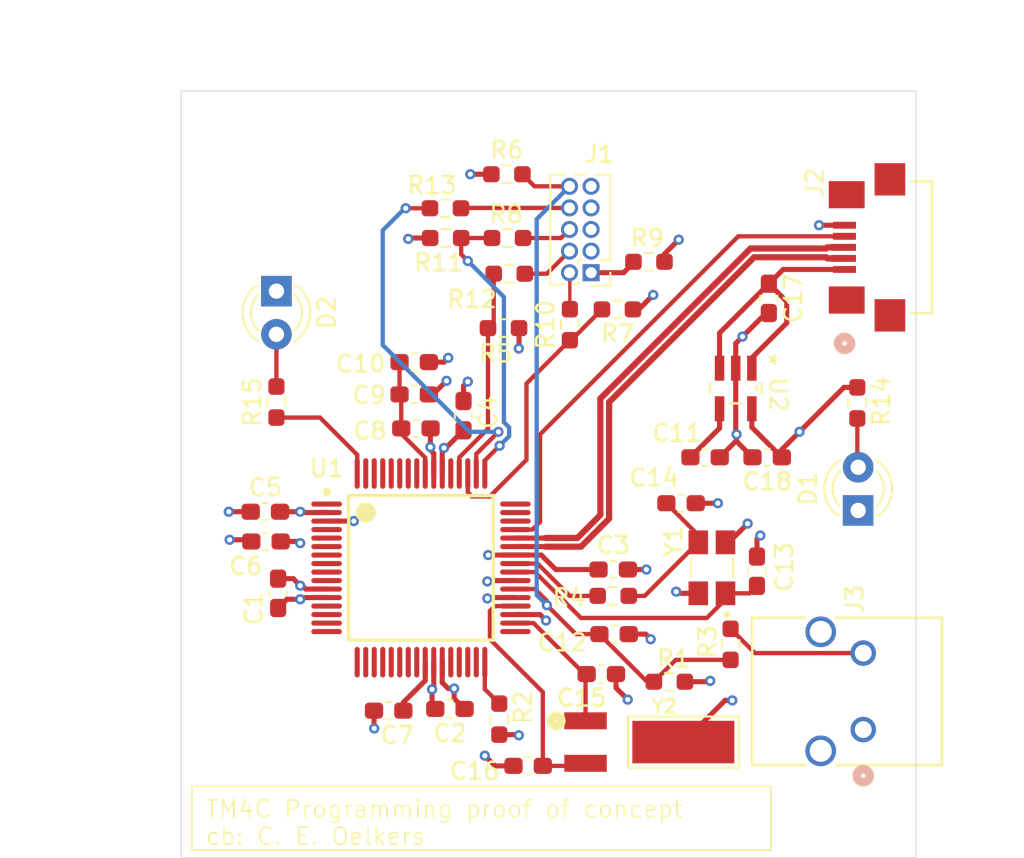
<source format=kicad_pcb>
(kicad_pcb
	(version 20240108)
	(generator "pcbnew")
	(generator_version "8.0")
	(general
		(thickness 1.5424)
		(legacy_teardrops no)
	)
	(paper "A4")
	(layers
		(0 "F.Cu" signal)
		(1 "In1.Cu" power)
		(2 "In2.Cu" power)
		(31 "B.Cu" signal)
		(32 "B.Adhes" user "B.Adhesive")
		(33 "F.Adhes" user "F.Adhesive")
		(34 "B.Paste" user)
		(35 "F.Paste" user)
		(36 "B.SilkS" user "B.Silkscreen")
		(37 "F.SilkS" user "F.Silkscreen")
		(38 "B.Mask" user)
		(39 "F.Mask" user)
		(40 "Dwgs.User" user "User.Drawings")
		(41 "Cmts.User" user "User.Comments")
		(42 "Eco1.User" user "User.Eco1")
		(43 "Eco2.User" user "User.Eco2")
		(44 "Edge.Cuts" user)
		(45 "Margin" user)
		(46 "B.CrtYd" user "B.Courtyard")
		(47 "F.CrtYd" user "F.Courtyard")
		(48 "B.Fab" user)
		(49 "F.Fab" user)
		(50 "User.1" user)
		(51 "User.2" user)
		(52 "User.3" user)
		(53 "User.4" user)
		(54 "User.5" user)
		(55 "User.6" user)
		(56 "User.7" user)
		(57 "User.8" user)
		(58 "User.9" user)
	)
	(setup
		(stackup
			(layer "F.SilkS"
				(type "Top Silk Screen")
			)
			(layer "F.Paste"
				(type "Top Solder Paste")
			)
			(layer "F.Mask"
				(type "Top Solder Mask")
				(thickness 0.0152)
			)
			(layer "F.Cu"
				(type "copper")
				(thickness 0.0432)
			)
			(layer "dielectric 1"
				(type "prepreg")
				(color "FR4 natural")
				(thickness 0.2)
				(material "FR408-HR")
				(epsilon_r 3.69)
				(loss_tangent 0.0091)
			)
			(layer "In1.Cu"
				(type "copper")
				(thickness 0.0175)
			)
			(layer "dielectric 2"
				(type "core")
				(color "FR4 natural")
				(thickness 0.9906)
				(material "FR408-HR")
				(epsilon_r 3.69)
				(loss_tangent 0.0091)
			)
			(layer "In2.Cu"
				(type "copper")
				(thickness 0.0175)
			)
			(layer "dielectric 3"
				(type "prepreg")
				(color "FR4 natural")
				(thickness 0.2)
				(material "FR408-HR")
				(epsilon_r 3.69)
				(loss_tangent 0.0091)
			)
			(layer "B.Cu"
				(type "copper")
				(thickness 0.0432)
			)
			(layer "B.Mask"
				(type "Bottom Solder Mask")
				(thickness 0.0152)
			)
			(layer "B.Paste"
				(type "Bottom Solder Paste")
			)
			(layer "B.SilkS"
				(type "Bottom Silk Screen")
			)
			(copper_finish "None")
			(dielectric_constraints yes)
		)
		(pad_to_mask_clearance 0)
		(allow_soldermask_bridges_in_footprints no)
		(pcbplotparams
			(layerselection 0x00010fc_ffffffff)
			(plot_on_all_layers_selection 0x0000000_00000000)
			(disableapertmacros no)
			(usegerberextensions no)
			(usegerberattributes yes)
			(usegerberadvancedattributes yes)
			(creategerberjobfile yes)
			(dashed_line_dash_ratio 12.000000)
			(dashed_line_gap_ratio 3.000000)
			(svgprecision 4)
			(plotframeref no)
			(viasonmask no)
			(mode 1)
			(useauxorigin no)
			(hpglpennumber 1)
			(hpglpenspeed 20)
			(hpglpendiameter 15.000000)
			(pdf_front_fp_property_popups yes)
			(pdf_back_fp_property_popups yes)
			(dxfpolygonmode yes)
			(dxfimperialunits yes)
			(dxfusepcbnewfont yes)
			(psnegative no)
			(psa4output no)
			(plotreference yes)
			(plotvalue yes)
			(plotfptext yes)
			(plotinvisibletext no)
			(sketchpadsonfab no)
			(subtractmaskfromsilk no)
			(outputformat 1)
			(mirror no)
			(drillshape 1)
			(scaleselection 1)
			(outputdirectory "")
		)
	)
	(net 0 "")
	(net 1 "Net-(U1-VBAT)")
	(net 2 "GND")
	(net 3 "Net-(C10-Pad2)")
	(net 4 "Net-(U2-NR{slash}FB)")
	(net 5 "Net-(J1-~{RESET})")
	(net 6 "Net-(U1-OSC0)")
	(net 7 "Net-(Y1-OUT{slash}IN)")
	(net 8 "Net-(U1-PC3_TDO_SWO)")
	(net 9 "Net-(U1-PC2_TDI)")
	(net 10 "Net-(J1-NC{slash}TDI)")
	(net 11 "Net-(J1-SWDIO{slash}TMS)")
	(net 12 "Net-(J1-SWO{slash}TDO)")
	(net 13 "Net-(J1-VTref)")
	(net 14 "unconnected-(J1-KEY-Pad7)")
	(net 15 "Net-(J1-SWCLK{slash}TCK)")
	(net 16 "Net-(U1-PB0_USB0VID)")
	(net 17 "Net-(C7-Pad2)")
	(net 18 "Net-(U2-EN)")
	(net 19 "Net-(U1-WAKE_N)")
	(net 20 "Net-D+")
	(net 21 "Net-(U1-OSC1)")
	(net 22 "Net-(U1-PC0_TCK_SWCLK)")
	(net 23 "Net-(U1-PC1_TMS_SWDIO)")
	(net 24 "unconnected-(U1-PD0-Pad61)")
	(net 25 "unconnected-(U1-PE4-Pad59)")
	(net 26 "unconnected-(U1-PF1-Pad29)")
	(net 27 "unconnected-(U1-PA4_SSI0Rx-Pad21)")
	(net 28 "unconnected-(U1-PD2-Pad63)")
	(net 29 "unconnected-(U1-PA0_U0Rx-Pad17)")
	(net 30 "unconnected-(U1-PB5-Pad57)")
	(net 31 "unconnected-(U1-HIB_N-Pad33)")
	(net 32 "unconnected-(U1-PB1_USB0VBUS-Pad46)")
	(net 33 "unconnected-(U1-PA5_SSI0Tx-Pad22)")
	(net 34 "unconnected-(U1-PC7-Pad13)")
	(net 35 "unconnected-(U1-PA7-Pad24)")
	(net 36 "unconnected-(U1-PE0-Pad9)")
	(net 37 "unconnected-(U1-PC4-Pad16)")
	(net 38 "unconnected-(U1-PE3-Pad6)")
	(net 39 "unconnected-(U1-PB2_I2C0SCL-Pad47)")
	(net 40 "unconnected-(U1-PD6-Pad53)")
	(net 41 "unconnected-(U1-PF2-Pad30)")
	(net 42 "unconnected-(U1-PB7-Pad4)")
	(net 43 "unconnected-(U1-PF3-Pad31)")
	(net 44 "unconnected-(U1-PE5-Pad60)")
	(net 45 "unconnected-(U1-PA6-Pad23)")
	(net 46 "unconnected-(U1-PA3_SSI0Fss-Pad20)")
	(net 47 "unconnected-(U1-PD1-Pad62)")
	(net 48 "unconnected-(U1-PB3_I2C0SDA-Pad48)")
	(net 49 "unconnected-(U1-PC6-Pad14)")
	(net 50 "unconnected-(U1-PD7-Pad10)")
	(net 51 "unconnected-(U1-PA2_SSI0Clk-Pad19)")
	(net 52 "unconnected-(U1-PF4-Pad5)")
	(net 53 "unconnected-(U1-PB4-Pad58)")
	(net 54 "unconnected-(U1-PA1_U0Tx-Pad18)")
	(net 55 "unconnected-(U1-PE1-Pad8)")
	(net 56 "unconnected-(U1-PF0-Pad28)")
	(net 57 "unconnected-(U1-PE2-Pad7)")
	(net 58 "unconnected-(U1-PC5-Pad15)")
	(net 59 "unconnected-(U1-PB6-Pad1)")
	(net 60 "Net-(U1-XOSC1)")
	(net 61 "Net-(U1-XOSC0)")
	(net 62 "Net-(D2-A)")
	(net 63 "Net-(D1-A)")
	(net 64 "Net-(U1-PD3)")
	(net 65 "Net-D-")
	(net 66 "Net-(J3-Pad4)")
	(footprint "Capacitor_SMD:C_0603_1608Metric_Pad1.08x0.95mm_HandSolder" (layer "F.Cu") (at 130.55 81.85 90))
	(footprint "hibernation oscillator:XTAL_ECS-.327-12.5-13FLX" (layer "F.Cu") (at 122.4721 91.9 180))
	(footprint "Resistor_SMD:R_0603_1608Metric_Pad0.98x0.95mm_HandSolder" (layer "F.Cu") (at 122.35 66.45 180))
	(footprint "Resistor_SMD:R_0603_1608Metric_Pad0.98x0.95mm_HandSolder" (layer "F.Cu") (at 112.25 62.25 180))
	(footprint "Resistor_SMD:R_0603_1608Metric_Pad0.98x0.95mm_HandSolder" (layer "F.Cu") (at 125.4 88.35 180))
	(footprint "LED_THT:LED_D3.0mm" (layer "F.Cu") (at 102.3 65.375 -90))
	(footprint "Capacitor_SMD:C_0603_1608Metric_Pad1.08x0.95mm_HandSolder" (layer "F.Cu") (at 102.4 83.15 90))
	(footprint "Capacitor_SMD:C_0603_1608Metric_Pad1.08x0.95mm_HandSolder" (layer "F.Cu") (at 101.65 78.35))
	(footprint "16mhz oscillator:XTAL_ECS-160-9-42-CKM-TR" (layer "F.Cu") (at 127.9 81.65 90))
	(footprint "Capacitor_SMD:C_0603_1608Metric_Pad1.08x0.95mm_HandSolder" (layer "F.Cu") (at 117.1 93.3 180))
	(footprint "Resistor_SMD:R_0603_1608Metric_Pad0.98x0.95mm_HandSolder" (layer "F.Cu") (at 124.2 63.65 180))
	(footprint "Resistor_SMD:R_0603_1608Metric_Pad0.98x0.95mm_HandSolder" (layer "F.Cu") (at 115.65 67.55 180))
	(footprint "Connector_PinHeader_1.27mm:PinHeader_2x05_P1.27mm_Vertical" (layer "F.Cu") (at 120.8 64.29 180))
	(footprint "LED_THT:LED_D3.0mm" (layer "F.Cu") (at 136.5 78.275 90))
	(footprint "Capacitor_SMD:C_0603_1608Metric_Pad1.08x0.95mm_HandSolder" (layer "F.Cu") (at 121.4 87.9))
	(footprint "Resistor_SMD:R_0603_1608Metric_Pad0.98x0.95mm_HandSolder" (layer "F.Cu") (at 115.85 58.5))
	(footprint "Capacitor_SMD:C_0603_1608Metric_Pad1.08x0.95mm_HandSolder" (layer "F.Cu") (at 127.5 75.15))
	(footprint "Resistor_SMD:R_0603_1608Metric_Pad0.98x0.95mm_HandSolder" (layer "F.Cu") (at 136.45 71.95 90))
	(footprint "Capacitor_SMD:C_0603_1608Metric_Pad1.08x0.95mm_HandSolder" (layer "F.Cu") (at 101.6875 80.1))
	(footprint "Capacitor_SMD:C_0603_1608Metric_Pad1.08x0.95mm_HandSolder" (layer "F.Cu") (at 126.0875 77.85))
	(footprint "Capacitor_SMD:C_0603_1608Metric_Pad1.08x0.95mm_HandSolder" (layer "F.Cu") (at 122.15 85.55))
	(footprint "Resistor_SMD:R_0603_1608Metric_Pad0.98x0.95mm_HandSolder" (layer "F.Cu") (at 129 86.15 90))
	(footprint "Capacitor_SMD:C_0603_1608Metric_Pad1.08x0.95mm_HandSolder" (layer "F.Cu") (at 108.9 90.05))
	(footprint "tm4c123gh6pm:PM0064A_N" (layer "F.Cu") (at 110.8 81.65))
	(footprint "linear regulator:DBV5" (layer "F.Cu") (at 129.3 71.1 -90))
	(footprint "Capacitor_SMD:C_0603_1608Metric_Pad1.08x0.95mm_HandSolder" (layer "F.Cu") (at 131.15 75.15 180))
	(footprint "Capacitor_SMD:C_0603_1608Metric_Pad1.08x0.95mm_HandSolder" (layer "F.Cu") (at 110.4 71.45 180))
	(footprint "Resistor_SMD:R_0603_1608Metric_Pad0.98x0.95mm_HandSolder" (layer "F.Cu") (at 115.9875 64.35))
	(footprint "Capacitor_SMD:C_0603_1608Metric_Pad1.08x0.95mm_HandSolder" (layer "F.Cu") (at 122.1 81.75))
	(footprint "Capacitor_SMD:C_0603_1608Metric_Pad1.08x0.95mm_HandSolder" (layer "F.Cu") (at 112.5 89.95 180))
	(footprint "Resistor_SMD:R_0603_1608Metric_Pad0.98x0.95mm_HandSolder" (layer "F.Cu") (at 119.55 67.35 90))
	(footprint "Resistor_SMD:R_0603_1608Metric_Pad0.98x0.95mm_HandSolder" (layer "F.Cu") (at 115.4 90.55 90))
	(footprint "Resistor_SMD:R_0603_1608Metric_Pad0.98x0.95mm_HandSolder" (layer "F.Cu") (at 102.3 71.9 90))
	(footprint "Capacitor_SMD:C_0603_1608Metric_Pad1.08x0.95mm_HandSolder" (layer "F.Cu") (at 110.5 73.45 180))
	(footprint "Capacitor_SMD:C_0603_1608Metric_Pad1.08x0.95mm_HandSolder"
		(layer "F.Cu")
		(uuid "c9419bae-4a07-4fb8-8ab3-71dcff496e32")
		(at 113.3 72.7 -90)
		(descr "Capacitor SMD 0603 (1608 Metric), square (rectangular) end terminal, IPC_7351 nominal with elongated pad for handsoldering. (Body size source: IPC-SM-782 page 76, https://www.pcb-3d.com/wordpress/wp-content/uploads/ipc-sm-782a_amendment_1_and_2.pdf), generated with kicad-footprint-generator")
		(tags "capacitor handsolder")
		(property "Reference" "C4"
			(at -0.2 -1.45 90)
			(layer "F.SilkS")
			(uuid "ebd08189-5cfe-4741-aa1e-97454895c3f1")
			(effects
				(font
					(size 1 1)
					(thickness 0.15)
				)
			)
		)
		(property "Value" "0.1uF"
			(at 0 1.43 90)
			(layer "F.Fab")
			(uuid "96e1b9e4-e3a9-4a40-a5f5-78a95017b67f")
			(effects
				(font
					(size 1 1)
					(thickness 0.15)
				)
			)
		)
		(property "Footprint" "Capacitor_SMD:C_0603_1608Metric_Pad1.08x0.95mm_HandSolder"
			(at 0 0 -90)
			(unlocked yes)
			(layer "F.Fab")
			(hide yes)
			(uuid "e3d82988-95f5-45e5-b75b-bf8a023ac34f")
			(effects
				(font
					(size
... [185418 chars truncated]
</source>
